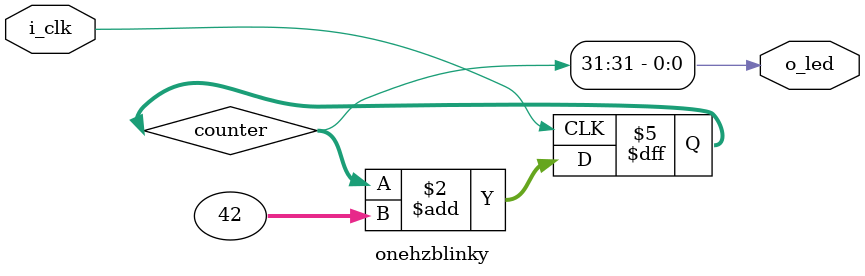
<source format=v>
`default_nettype none

module onehzblinky( 
                input wire i_clk, 
                output wire o_led 
             );
    parameter WIDTH = 27;
    parameter CLOCK_RATE_HZ = 100_000_000;
    parameter [31:0] INCREMENT = (1<<30)/(CLOCK_RATE_HZ/4);

    reg [31:0]counter;
    
    initial counter = 0;

    always @(posedge i_clk) begin
        counter <= counter + INCREMENT;        
    end

    assign o_led = &counter[31];
endmodule
</source>
